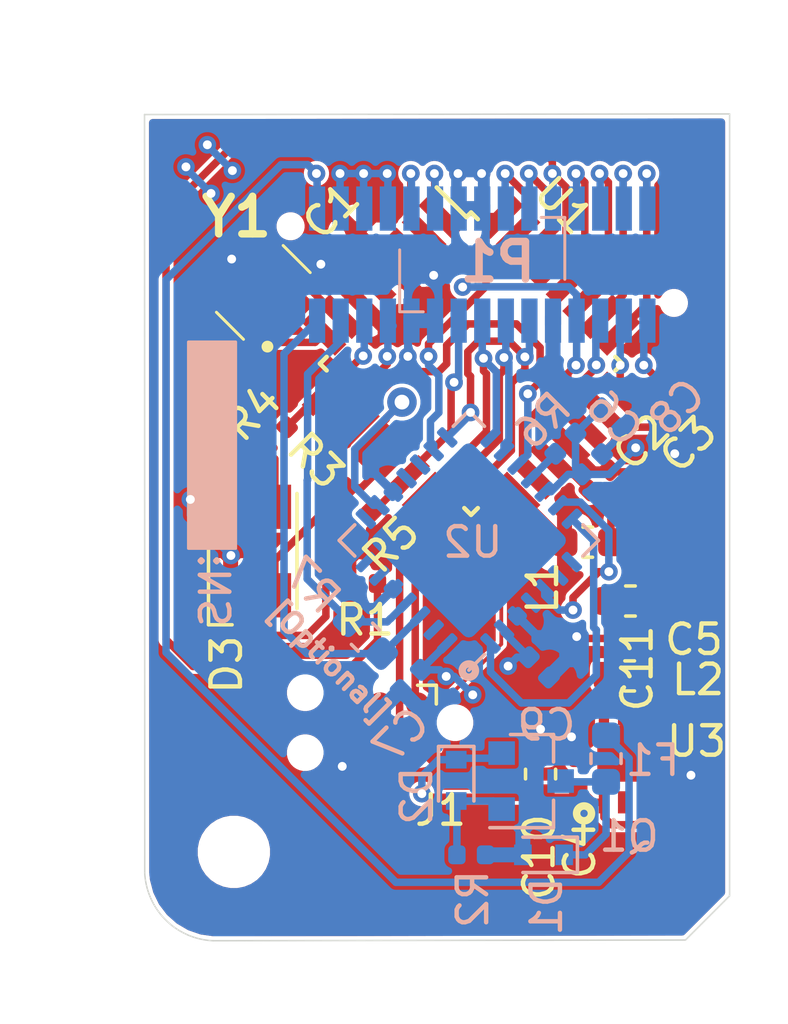
<source format=kicad_pcb>
(kicad_pcb (version 20171130) (host pcbnew "(5.1.2)-2")
  (layers (0 F.Cu signal hide) (31 B.Cu signal) (34 B.Paste user) (35 F.Paste user hide) (36 B.SilkS user) (37 F.SilkS user hide) (38 B.Mask user) (39 F.Mask user hide) (44 Edge.Cuts user))
  (net 0 "")
  (net 1 "Net-(U1-Pad7)")
  (net 2 GND)
  (net 3 /Reset)
  (net 4 /MOSI)
  (net 5 /SCK)
  (net 6 +5V)
  (net 7 /MISO)
  (net 8 "Net-(U2-Pad2)")
  (net 9 "Net-(U2-Pad6)")
  (net 10 "Net-(U2-Pad7)")
  (net 11 "Net-(U2-Pad8)")
  (net 12 "Net-(U2-Pad11)")
  (net 13 "Net-(U2-Pad12)")
  (net 14 "Net-(U2-Pad20)")
  (net 15 "Net-(U2-Pad21)")
  (net 16 "Net-(U2-Pad22)")
  (net 17 "Net-(U2-Pad23)")
  (net 18 "Net-(U2-Pad25)")
  (net 19 /CAN_CS)
  (net 20 /CAN_INT)
  (net 21 +12V)
  (net 22 /CLK_MCP)
  (net 23 /GREEN_LED)
  (net 24 /RED_LED)
  (net 25 /BLUE_LED)
  (net 26 /U-Pin8)
  (net 27 /U-Pin12)
  (net 28 /U-Pin14)
  (net 29 /U-Pin20)
  (net 30 /U-Pin22)
  (net 31 "Net-(D1-Pad1)")
  (net 32 "Net-(D2-Pad2)")
  (net 33 /U-Pin2)
  (net 34 /U-Pin4)
  (net 35 /U-Pin6)
  (net 36 /U-Pin7)
  (net 37 /U-Pin23)
  (net 38 /U-Pin1)
  (net 39 /U-Pin3)
  (net 40 +12V_Safe)
  (net 41 "Net-(C3-Pad2)")
  (net 42 "Net-(L2-Pad1)")
  (net 43 "Net-(R6-Pad1)")
  (net 44 "Net-(U3-Pad2)")
  (net 45 "Net-(U3-Pad6)")
  (net 46 "Net-(C2-Pad1)")
  (net 47 "Net-(D3-Pad2)")
  (net 48 "Net-(D3-Pad3)")
  (net 49 "Net-(D3-Pad4)")
  (net 50 "Net-(U1-Pad8)")
  (net 51 /U-Pin5)
  (net 52 /U-Pin27)
  (net 53 /U-Pin29)
  (module Inductor_SMD:L_0603_1608Metric (layer F.Cu) (at 78 78.5)
    (fp_text reference L1 (at -1.53 1.54 -90) (layer F.SilkS))
    (fp_text value 10uH)
    (pad 2 smd roundrect (at 0.7875 0) (size 0.875 0.95) (layers F.Cu F.Paste F.Mask) (net 41 "Net-(C3-Pad2)"))
    (pad 1 smd roundrect (at -0.7875 0) (size 0.875 0.95) (layers F.Cu F.Paste F.Mask) (net 6 +5V))
  )
  (module Package_QFP:TQFP-32_7x7mm_P0.8mm (layer F.Cu) (at 74.043324 72.446268 315)
    (fp_text reference U1 (at -1.57656 -6.012489 135) (layer F.SilkS))
    (fp_text value ATmega328P-AU)
    (pad 1 smd rect (at -4.25 -2.8 315) (size 1.6 0.55) (layers F.Cu F.Paste F.Mask) (net 29 /U-Pin20))
    (pad 2 smd rect (at -4.25 -2 315) (size 1.6 0.55) (layers F.Cu F.Paste F.Mask) (net 30 /U-Pin22))
    (pad 3 smd rect (at -4.25 -1.2 315) (size 1.6 0.55) (layers F.Cu F.Paste F.Mask) (net 2 GND))
    (pad 4 smd rect (at -4.25 -0.4 315) (size 1.6 0.55) (layers F.Cu F.Paste F.Mask) (net 6 +5V))
    (pad 5 smd rect (at -4.25 0.4 315) (size 1.6 0.55) (layers F.Cu F.Paste F.Mask) (net 2 GND))
    (pad 6 smd rect (at -4.25 1.2 315) (size 1.6 0.55) (layers F.Cu F.Paste F.Mask) (net 6 +5V))
    (pad 7 smd rect (at -4.25 2 315) (size 1.6 0.55) (layers F.Cu F.Paste F.Mask) (net 1 "Net-(U1-Pad7)"))
    (pad 8 smd rect (at -4.25 2.8 315) (size 1.6 0.55) (layers F.Cu F.Paste F.Mask) (net 50 "Net-(U1-Pad8)"))
    (pad 9 smd rect (at -2.8 4.25 45) (size 1.6 0.55) (layers F.Cu F.Paste F.Mask) (net 23 /GREEN_LED))
    (pad 10 smd rect (at -2 4.25 45) (size 1.6 0.55) (layers F.Cu F.Paste F.Mask) (net 37 /U-Pin23))
    (pad 11 smd rect (at -1.2 4.25 45) (size 1.6 0.55) (layers F.Cu F.Paste F.Mask) (net 19 /CAN_CS))
    (pad 12 smd rect (at -0.4 4.25 45) (size 1.6 0.55) (layers F.Cu F.Paste F.Mask) (net 22 /CLK_MCP))
    (pad 13 smd rect (at 0.4 4.25 45) (size 1.6 0.55) (layers F.Cu F.Paste F.Mask) (net 24 /RED_LED))
    (pad 14 smd rect (at 1.2 4.25 45) (size 1.6 0.55) (layers F.Cu F.Paste F.Mask) (net 25 /BLUE_LED))
    (pad 15 smd rect (at 2 4.25 45) (size 1.6 0.55) (layers F.Cu F.Paste F.Mask) (net 4 /MOSI))
    (pad 16 smd rect (at 2.8 4.25 45) (size 1.6 0.55) (layers F.Cu F.Paste F.Mask) (net 7 /MISO))
    (pad 17 smd rect (at 4.25 2.8 315) (size 1.6 0.55) (layers F.Cu F.Paste F.Mask) (net 5 /SCK))
    (pad 18 smd rect (at 4.25 2 315) (size 1.6 0.55) (layers F.Cu F.Paste F.Mask) (net 6 +5V))
    (pad 19 smd rect (at 4.25 1.2 315) (size 1.6 0.55) (layers F.Cu F.Paste F.Mask) (net 36 /U-Pin7))
    (pad 20 smd rect (at 4.25 0.4 315) (size 1.6 0.55) (layers F.Cu F.Paste F.Mask) (net 46 "Net-(C2-Pad1)"))
    (pad 21 smd rect (at 4.25 -0.4 315) (size 1.6 0.55) (layers F.Cu F.Paste F.Mask) (net 2 GND))
    (pad 22 smd rect (at 4.25 -1.2 315) (size 1.6 0.55) (layers F.Cu F.Paste F.Mask) (net 51 /U-Pin5))
    (pad 23 smd rect (at 4.25 -2 315) (size 1.6 0.55) (layers F.Cu F.Paste F.Mask) (net 38 /U-Pin1))
    (pad 24 smd rect (at 4.25 -2.8 315) (size 1.6 0.55) (layers F.Cu F.Paste F.Mask) (net 39 /U-Pin3))
    (pad 25 smd rect (at 2.8 -4.25 45) (size 1.6 0.55) (layers F.Cu F.Paste F.Mask) (net 33 /U-Pin2))
    (pad 26 smd rect (at 2 -4.25 45) (size 1.6 0.55) (layers F.Cu F.Paste F.Mask) (net 34 /U-Pin4))
    (pad 27 smd rect (at 1.2 -4.25 45) (size 1.6 0.55) (layers F.Cu F.Paste F.Mask) (net 35 /U-Pin6))
    (pad 28 smd rect (at 0.4 -4.25 45) (size 1.6 0.55) (layers F.Cu F.Paste F.Mask) (net 26 /U-Pin8))
    (pad 29 smd rect (at -0.4 -4.25 45) (size 1.6 0.55) (layers F.Cu F.Paste F.Mask) (net 3 /Reset))
    (pad 30 smd rect (at -1.2 -4.25 45) (size 1.6 0.55) (layers F.Cu F.Paste F.Mask) (net 27 /U-Pin12))
    (pad 31 smd rect (at -2 -4.25 45) (size 1.6 0.55) (layers F.Cu F.Paste F.Mask) (net 28 /U-Pin14))
    (pad 32 smd rect (at -2.8 -4.25 45) (size 1.6 0.55) (layers F.Cu F.Paste F.Mask) (net 20 /CAN_INT))
  )
  (module Connector:Tag-Connect_TC2030-IDC-NL_2x03_P1.27mm_Vertical (layer F.Cu) (at 70.96 84.62 180)
    (fp_text reference J1 (at -2.05 -2.97) (layer F.SilkS))
    (fp_text value TC2030-MCP-NL)
    (pad "" np_thru_hole circle (at 2.54 -1.016 180) (size 0.9906 0.9906) (drill 0.9906) (layers *.Cu *.Mask))
    (pad "" np_thru_hole circle (at 2.54 1.016 180) (size 0.9906 0.9906) (drill 0.9906) (layers *.Cu *.Mask))
    (pad "" np_thru_hole circle (at -2.54 0 180) (size 0.9906 0.9906) (drill 0.9906) (layers *.Cu *.Mask))
    (pad 1 connect circle (at -1.27 0.635 180) (size 0.7874 0.7874) (layers F.Cu F.Mask) (net 7 /MISO))
    (pad 2 connect circle (at -1.27 -0.635 180) (size 0.7874 0.7874) (layers F.Cu F.Mask) (net 6 +5V))
    (pad 3 connect circle (at 0 0.635 180) (size 0.7874 0.7874) (layers F.Cu F.Mask) (net 5 /SCK))
    (pad 4 connect circle (at 0 -0.635 180) (size 0.7874 0.7874) (layers F.Cu F.Mask) (net 4 /MOSI))
    (pad 5 connect circle (at 1.27 0.635 180) (size 0.7874 0.7874) (layers F.Cu F.Mask) (net 3 /Reset))
    (pad 6 connect circle (at 1.27 -0.635 180) (size 0.7874 0.7874) (layers F.Cu F.Mask) (net 2 GND))
  )
  (module SMLP36RGB2W3R:ILWX10SBVFBE (layer B.Cu) (at 74.422 69.088 180)
    (fp_text reference P1 (at -0.528 0.088) (layer B.SilkS) (effects (font (size 1.27 1.27) (thickness 0.254)) (justify mirror)))
    (fp_text value Conn_02x15_Odd_Even hide)
    (pad "" np_thru_hole circle (at 6.5 1.3 180) (size 0.7 0.7) (drill 0.7) (layers *.Cu *.Mask))
    (pad "" np_thru_hole circle (at -6.5 -1.3 180) (size 0.7 0.7) (drill 0.7) (layers *.Cu *.Mask))
    (pad 1 smd rect (at -5.6 -1.9 180) (size 0.55 1.5) (layers B.Cu B.Paste B.Mask) (net 38 /U-Pin1))
    (pad 2 smd rect (at -5.6 1.9 180) (size 0.55 1.5) (layers B.Cu B.Paste B.Mask) (net 33 /U-Pin2))
    (pad 3 smd rect (at -4.8 -1.9 180) (size 0.55 1.5) (layers B.Cu B.Paste B.Mask) (net 39 /U-Pin3))
    (pad 4 smd rect (at -4.8 1.9 180) (size 0.55 1.5) (layers B.Cu B.Paste B.Mask) (net 34 /U-Pin4))
    (pad 5 smd rect (at -4 -1.9 180) (size 0.55 1.5) (layers B.Cu B.Paste B.Mask) (net 51 /U-Pin5))
    (pad 6 smd rect (at -4 1.9 180) (size 0.55 1.5) (layers B.Cu B.Paste B.Mask) (net 35 /U-Pin6))
    (pad 7 smd rect (at -3.2 -1.9 180) (size 0.55 1.5) (layers B.Cu B.Paste B.Mask) (net 36 /U-Pin7))
    (pad 8 smd rect (at -3.2 1.9 180) (size 0.55 1.5) (layers B.Cu B.Paste B.Mask) (net 26 /U-Pin8))
    (pad 9 smd rect (at -2.4 -1.9 180) (size 0.55 1.5) (layers B.Cu B.Paste B.Mask) (net 2 GND))
    (pad 10 smd rect (at -2.4 1.9 180) (size 0.55 1.5) (layers B.Cu B.Paste B.Mask) (net 3 /Reset))
    (pad 11 smd rect (at -1.6 -1.9 180) (size 0.55 1.5) (layers B.Cu B.Paste B.Mask) (net 5 /SCK))
    (pad 12 smd rect (at -1.6 1.9 180) (size 0.55 1.5) (layers B.Cu B.Paste B.Mask) (net 27 /U-Pin12))
    (pad 13 smd rect (at -0.8 -1.9 180) (size 0.55 1.5) (layers B.Cu B.Paste B.Mask) (net 7 /MISO))
    (pad 14 smd rect (at -0.8 1.9 180) (size 0.55 1.5) (layers B.Cu B.Paste B.Mask) (net 28 /U-Pin14))
    (pad 15 smd rect (at 0 -1.9 180) (size 0.55 1.5) (layers B.Cu B.Paste B.Mask) (net 4 /MOSI))
    (pad 16 smd rect (at 0 1.9 180) (size 0.55 1.5) (layers B.Cu B.Paste B.Mask) (net 2 GND))
    (pad 17 smd rect (at 0.8 -1.9 180) (size 0.55 1.5) (layers B.Cu B.Paste B.Mask) (net 25 /BLUE_LED))
    (pad 18 smd rect (at 0.8 1.9 180) (size 0.55 1.5) (layers B.Cu B.Paste B.Mask) (net 2 GND))
    (pad 19 smd rect (at 1.6 -1.9 180) (size 0.55 1.5) (layers B.Cu B.Paste B.Mask) (net 2 GND))
    (pad 20 smd rect (at 1.6 1.9 180) (size 0.55 1.5) (layers B.Cu B.Paste B.Mask) (net 29 /U-Pin20))
    (pad 21 smd rect (at 2.4 -1.9 180) (size 0.55 1.5) (layers B.Cu B.Paste B.Mask) (net 2 GND))
    (pad 22 smd rect (at 2.4 1.9 180) (size 0.55 1.5) (layers B.Cu B.Paste B.Mask) (net 30 /U-Pin22))
    (pad 23 smd rect (at 3.2 -1.9 180) (size 0.55 1.5) (layers B.Cu B.Paste B.Mask) (net 37 /U-Pin23))
    (pad 24 smd rect (at 3.2 1.9 180) (size 0.55 1.5) (layers B.Cu B.Paste B.Mask) (net 6 +5V))
    (pad 25 smd rect (at 4 -1.9 180) (size 0.55 1.5) (layers B.Cu B.Paste B.Mask) (net 23 /GREEN_LED))
    (pad 26 smd rect (at 4 1.9 180) (size 0.55 1.5) (layers B.Cu B.Paste B.Mask) (net 6 +5V))
    (pad 27 smd rect (at 4.8 -1.9 180) (size 0.55 1.5) (layers B.Cu B.Paste B.Mask) (net 52 /U-Pin27))
    (pad 28 smd rect (at 4.8 1.9 180) (size 0.55 1.5) (layers B.Cu B.Paste B.Mask) (net 6 +5V))
    (pad 29 smd rect (at 5.6 -1.9 180) (size 0.55 1.5) (layers B.Cu B.Paste B.Mask) (net 53 /U-Pin29))
    (pad 30 smd rect (at 5.6 1.9 180) (size 0.55 1.5) (layers B.Cu B.Paste B.Mask) (net 21 +12V))
  )
  (module LED_SMD:LED_Avago_PLCC4_3.2x2.8mm_CW (layer F.Cu) (at 66.64 78.8 90)
    (fp_text reference D3 (at -3.85 -0.89 270) (layer F.SilkS))
    (fp_text value ASMB-MTB0-0A3A2)
    (pad 1 smd rect (at -1.5 -0.75 90) (size 1.5 1.1) (layers F.Cu F.Paste F.Mask) (net 6 +5V))
    (pad 2 smd rect (at 1.5 -0.75 90) (size 1.5 1.1) (layers F.Cu F.Paste F.Mask) (net 47 "Net-(D3-Pad2)"))
    (pad 3 smd rect (at 1.5 0.75 90) (size 1.5 1.1) (layers F.Cu F.Paste F.Mask) (net 48 "Net-(D3-Pad3)"))
    (pad 4 smd rect (at -1.5 0.75 90) (size 1.5 1.1) (layers F.Cu F.Paste F.Mask) (net 49 "Net-(D3-Pad4)"))
  )
  (module Resistor_SMD:R_0402_1005Metric (layer F.Cu) (at 70.385 79.9)
    (fp_text reference R1 (at 0.065 1.24) (layer F.SilkS))
    (fp_text value "10K Ohm")
    (pad 1 smd roundrect (at -0.485 0) (size 0.59 0.64) (layers F.Cu F.Paste F.Mask) (net 6 +5V))
    (pad 2 smd roundrect (at 0.485 0) (size 0.59 0.64) (layers F.Cu F.Paste F.Mask) (net 3 /Reset))
  )
  (module Resistor_SMD:R_0402_1005Metric (layer F.Cu) (at 70.322947 77.797053 45)
    (fp_text reference R5 (at 0.151396 1.25865 45) (layer F.SilkS))
    (fp_text value "190 Ohm")
    (pad 1 smd roundrect (at -0.485 0 45) (size 0.59 0.64) (layers F.Cu F.Paste F.Mask) (net 47 "Net-(D3-Pad2)"))
    (pad 2 smd roundrect (at 0.485 0 45) (size 0.59 0.64) (layers F.Cu F.Paste F.Mask) (net 25 /BLUE_LED))
  )
  (module Package_DFN_QFN:QFN-28-1EP_6x6mm_P0.65mm_EP4.8x4.8mm (layer B.Cu) (at 73.968 78.44 45)
    (fp_text reference U2 (at 0.050912 0.135765 180) (layer B.SilkS) (effects (justify mirror)))
    (fp_text value MCP25625-x-SS)
    (pad 29 smd roundrect (at 0 0 45) (size 4.8 4.8) (layers B.Cu B.Mask) (roundrect_rratio 0.052083))
    (pad 1 smd roundrect (at -2.9875 1.95 45) (size 0.775 0.3) (layers B.Cu B.Paste B.Mask) (net 6 +5V))
    (pad 2 smd roundrect (at -2.9875 1.3 45) (size 0.775 0.3) (layers B.Cu B.Paste B.Mask) (net 8 "Net-(U2-Pad2)"))
    (pad 3 smd roundrect (at -2.9875 0.65 45) (size 0.775 0.3) (layers B.Cu B.Paste B.Mask) (net 53 /U-Pin29))
    (pad 4 smd roundrect (at -2.9875 0 45) (size 0.775 0.3) (layers B.Cu B.Paste B.Mask) (net 52 /U-Pin27))
    (pad 5 smd roundrect (at -2.9875 -0.65 45) (size 0.775 0.3) (layers B.Cu B.Paste B.Mask) (net 2 GND))
    (pad 6 smd roundrect (at -2.9875 -1.3 45) (size 0.775 0.3) (layers B.Cu B.Paste B.Mask) (net 9 "Net-(U2-Pad6)"))
    (pad 7 smd roundrect (at -2.9875 -1.95 45) (size 0.775 0.3) (layers B.Cu B.Paste B.Mask) (net 10 "Net-(U2-Pad7)"))
    (pad 8 smd roundrect (at -1.95 -2.9875 45) (size 0.3 0.775) (layers B.Cu B.Paste B.Mask) (net 11 "Net-(U2-Pad8)"))
    (pad 9 smd roundrect (at -1.3 -2.9875 45) (size 0.3 0.775) (layers B.Cu B.Paste B.Mask) (net 22 /CLK_MCP))
    (pad 10 smd roundrect (at -0.65 -2.9875 45) (size 0.3 0.775) (layers B.Cu B.Paste B.Mask) (net 2 GND))
    (pad 11 smd roundrect (at 0 -2.9875 45) (size 0.3 0.775) (layers B.Cu B.Paste B.Mask) (net 12 "Net-(U2-Pad11)"))
    (pad 12 smd roundrect (at 0.65 -2.9875 45) (size 0.3 0.775) (layers B.Cu B.Paste B.Mask) (net 13 "Net-(U2-Pad12)"))
    (pad 13 smd roundrect (at 1.3 -2.9875 45) (size 0.3 0.775) (layers B.Cu B.Paste B.Mask) (net 20 /CAN_INT))
    (pad 14 smd roundrect (at 1.95 -2.9875 45) (size 0.3 0.775) (layers B.Cu B.Paste B.Mask) (net 5 /SCK))
    (pad 15 smd roundrect (at 2.9875 -1.95 45) (size 0.775 0.3) (layers B.Cu B.Paste B.Mask) (net 4 /MOSI))
    (pad 16 smd roundrect (at 2.9875 -1.3 45) (size 0.775 0.3) (layers B.Cu B.Paste B.Mask) (net 7 /MISO))
    (pad 17 smd roundrect (at 2.9875 -0.65 45) (size 0.775 0.3) (layers B.Cu B.Paste B.Mask) (net 19 /CAN_CS))
    (pad 18 smd roundrect (at 2.9875 0 45) (size 0.775 0.3) (layers B.Cu B.Paste B.Mask) (net 43 "Net-(R6-Pad1)"))
    (pad 19 smd roundrect (at 2.9875 0.65 45) (size 0.775 0.3) (layers B.Cu B.Paste B.Mask) (net 6 +5V))
    (pad 20 smd roundrect (at 2.9875 1.3 45) (size 0.775 0.3) (layers B.Cu B.Paste B.Mask) (net 14 "Net-(U2-Pad20)"))
    (pad 21 smd roundrect (at 2.9875 1.95 45) (size 0.775 0.3) (layers B.Cu B.Paste B.Mask) (net 15 "Net-(U2-Pad21)"))
    (pad 22 smd roundrect (at 1.95 2.9875 45) (size 0.3 0.775) (layers B.Cu B.Paste B.Mask) (net 16 "Net-(U2-Pad22)"))
    (pad 23 smd roundrect (at 1.3 2.9875 45) (size 0.3 0.775) (layers B.Cu B.Paste B.Mask) (net 17 "Net-(U2-Pad23)"))
    (pad 24 smd roundrect (at 0.65 2.9875 45) (size 0.3 0.775) (layers B.Cu B.Paste B.Mask) (net 14 "Net-(U2-Pad20)"))
    (pad 25 smd roundrect (at 0 2.9875 45) (size 0.3 0.775) (layers B.Cu B.Paste B.Mask) (net 18 "Net-(U2-Pad25)"))
    (pad 26 smd roundrect (at -0.65 2.9875 45) (size 0.3 0.775) (layers B.Cu B.Paste B.Mask) (net 2 GND))
    (pad 27 smd roundrect (at -1.3 2.9875 45) (size 0.3 0.775) (layers B.Cu B.Paste B.Mask) (net 6 +5V))
    (pad 28 smd roundrect (at -1.95 2.9875 45) (size 0.3 0.775) (layers B.Cu B.Paste B.Mask) (net 15 "Net-(U2-Pad21)"))
  )
  (module CSTNE16M0V530000R0:CSTNE16M0V530000R0 (layer F.Cu) (at 67.299049 70.331992 45)
    (fp_text reference Y1 (at 1.168807 -2.878661) (layer F.SilkS) (effects (font (size 1.27 1.27) (thickness 0.254))))
    (fp_text value 16.0Mhz hide)
    (pad 3 smd rect (at 1.2 -0.425 45) (size 0.4 1.9) (layers F.Cu F.Paste F.Mask) (net 1 "Net-(U1-Pad7)"))
    (pad 2 smd rect (at 0 -0.425 45) (size 0.4 1.9) (layers F.Cu F.Paste F.Mask) (net 2 GND))
    (pad 1 smd rect (at -1.2 -0.425 45) (size 0.4 1.9) (layers F.Cu F.Paste F.Mask) (net 50 "Net-(U1-Pad8)"))
  )
  (module Capacitor_SMD:C_0402_1005Metric (layer F.Cu) (at 69.792947 68.332053 225)
    (fp_text reference C1 (at -0.398883 1.096016 45) (layer F.SilkS))
    (fp_text value 0.1uF)
    (pad 1 smd roundrect (at -0.485 0 225) (size 0.59 0.64) (layers F.Cu F.Paste F.Mask) (net 6 +5V))
    (pad 2 smd roundrect (at 0.485 0 225) (size 0.59 0.64) (layers F.Cu F.Paste F.Mask) (net 2 GND))
  )
  (module Diode_SMD:D_SOD-523 (layer B.Cu) (at 76.5 89.1 180)
    (fp_text reference D1 (at -0.1016 -1.7526 90) (layer B.SilkS) (effects (justify mirror)))
    (fp_text value 15V)
    (pad 1 smd rect (at -0.7 0) (size 0.6 0.7) (layers B.Cu B.Paste B.Mask) (net 31 "Net-(D1-Pad1)"))
    (pad 2 smd rect (at 0.7 0) (size 0.6 0.7) (layers B.Cu B.Paste B.Mask) (net 2 GND))
  )
  (module Capacitor_SMD:C_0402_1005Metric (layer F.Cu) (at 80.042947 76.457053 225)
    (fp_text reference C3 (at -1.862594 -0.070711 225) (layer F.SilkS))
    (fp_text value 0.1uF)
    (pad 2 smd roundrect (at 0.485 0 225) (size 0.59 0.64) (layers F.Cu F.Paste F.Mask) (net 41 "Net-(C3-Pad2)"))
    (pad 1 smd roundrect (at -0.485 0 225) (size 0.59 0.64) (layers F.Cu F.Paste F.Mask) (net 2 GND))
  )
  (module Resistor_SMD:R_0402_1005Metric (layer B.Cu) (at 74.048 89.1)
    (fp_text reference R2 (at 0.052 1.5 270) (layer B.SilkS) (effects (justify mirror)))
    (fp_text value "100K Ohm")
    (pad 2 smd roundrect (at 0.485 0) (size 0.59 0.64) (layers B.Cu B.Paste B.Mask) (net 2 GND))
    (pad 1 smd roundrect (at -0.485 0) (size 0.59 0.64) (layers B.Cu B.Paste B.Mask) (net 32 "Net-(D2-Pad2)"))
  )
  (module Package_TO_SOT_SMD:SOT-23 (layer B.Cu) (at 76.08 86.6)
    (fp_text reference Q1 (at 3.32 1.87) (layer B.SilkS) (effects (justify mirror)))
    (fp_text value Q_PMOS_DGS)
    (pad 3 smd rect (at 1 0) (size 0.9 0.8) (layers B.Cu B.Paste B.Mask) (net 31 "Net-(D1-Pad1)"))
    (pad 2 smd rect (at -1 -0.95) (size 0.9 0.8) (layers B.Cu B.Paste B.Mask) (net 40 +12V_Safe))
    (pad 1 smd rect (at -1 0.95) (size 0.9 0.8) (layers B.Cu B.Paste B.Mask) (net 32 "Net-(D2-Pad2)"))
  )
  (module Fuse:Fuse_0603_1608Metric (layer B.Cu) (at 78.62 85.8375 90)
    (fp_text reference F1 (at -0.0625 1.58 180) (layer B.SilkS) (effects (justify mirror)))
    (fp_text value 250mA)
    (pad 2 smd roundrect (at 0.7875 0 90) (size 0.875 0.95) (layers B.Cu B.Paste B.Mask) (net 21 +12V))
    (pad 1 smd roundrect (at -0.7875 0 90) (size 0.875 0.95) (layers B.Cu B.Paste B.Mask) (net 31 "Net-(D1-Pad1)"))
  )
  (module Diode_SMD:D_SOD-523 (layer B.Cu) (at 73.54 86.574 270)
    (fp_text reference D2 (at 0.526 1.34 90) (layer B.SilkS) (effects (justify mirror)))
    (fp_text value 2.4V)
    (pad 1 smd rect (at -0.7 0 90) (size 0.6 0.7) (layers B.Cu B.Paste B.Mask) (net 40 +12V_Safe))
    (pad 2 smd rect (at 0.7 0 90) (size 0.6 0.7) (layers B.Cu B.Paste B.Mask) (net 32 "Net-(D2-Pad2)"))
  )
  (module Resistor_SMD:R_0603_1608Metric (layer B.Cu) (at 70.46 81.72 315)
    (fp_text reference R7 (at -2.5173 0.042426 315) (layer B.SilkS) (effects (justify mirror)))
    (fp_text value "120 Ohm")
    (pad 1 smd roundrect (at -0.7875 0 315) (size 0.875 0.95) (layers B.Cu B.Paste B.Mask) (net 52 /U-Pin27))
    (pad 2 smd roundrect (at 0.7875 0 315) (size 0.875 0.95) (layers B.Cu B.Paste B.Mask) (net 53 /U-Pin29))
  )
  (module Capacitor_SMD:C_0402_1005Metric (layer B.Cu) (at 72 83.17 225)
    (fp_text reference C7 (at 1.559803 -1.103087 225) (layer B.SilkS) (effects (justify mirror)))
    (fp_text value 0.1uF)
    (pad 1 smd roundrect (at -0.485 0 225) (size 0.59 0.64) (layers B.Cu B.Paste B.Mask) (net 6 +5V))
    (pad 2 smd roundrect (at 0.485 0 225) (size 0.59 0.64) (layers B.Cu B.Paste B.Mask) (net 2 GND))
  )
  (module Capacitor_SMD:C_0402_1005Metric (layer B.Cu) (at 78.142947 75.857053 45)
    (fp_text reference C8 (at 3.412572 0.66468 45) (layer B.SilkS) (effects (justify mirror)))
    (fp_text value 0.1uF hide)
    (pad 1 smd roundrect (at -0.485 0 45) (size 0.59 0.64) (layers B.Cu B.Paste B.Mask) (net 6 +5V))
    (pad 2 smd roundrect (at 0.485 0 45) (size 0.59 0.64) (layers B.Cu B.Paste B.Mask) (net 2 GND))
  )
  (module Capacitor_SMD:C_0402_1005Metric (layer B.Cu) (at 76.342947 82.742947 135)
    (fp_text reference C9 (at -1.565609 -1.202082) (layer B.SilkS) (effects (justify mirror)))
    (fp_text value 0.1uF)
    (pad 1 smd roundrect (at -0.485 0 135) (size 0.59 0.64) (layers B.Cu B.Paste B.Mask) (net 2 GND))
    (pad 2 smd roundrect (at 0.485 0 135) (size 0.59 0.64) (layers B.Cu B.Paste B.Mask) (net 6 +5V))
  )
  (module Capacitor_SMD:C_0402_1005Metric (layer B.Cu) (at 78.8 74.3 315)
    (fp_text reference C6 (at 0.070711 -0.070711 315) (layer B.SilkS) (effects (justify mirror)))
    (fp_text value 0.1uF)
    (pad 1 smd roundrect (at -0.485 0 315) (size 0.59 0.64) (layers B.Cu B.Paste B.Mask) (net 6 +5V))
    (pad 2 smd roundrect (at 0.485 0 315) (size 0.59 0.64) (layers B.Cu B.Paste B.Mask) (net 2 GND))
  )
  (module Resistor_SMD:R_0402_1005Metric (layer B.Cu) (at 77.242947 75.157053 45)
    (fp_text reference R6 (at 0.007071 -1.096016 45) (layer B.SilkS) (effects (justify mirror)))
    (fp_text value "10K Ohm")
    (pad 1 smd roundrect (at -0.485 0 45) (size 0.59 0.64) (layers B.Cu B.Paste B.Mask) (net 43 "Net-(R6-Pad1)"))
    (pad 2 smd roundrect (at 0.485 0 45) (size 0.59 0.64) (layers B.Cu B.Paste B.Mask) (net 6 +5V))
  )
  (module Capacitor_SMD:C_0402_1005Metric (layer F.Cu) (at 78.4 76.4 45)
    (fp_text reference C2 (at 1.916259 0.091924 225) (layer F.SilkS))
    (fp_text value 0.1uF)
    (pad 1 smd roundrect (at -0.485 0 45) (size 0.59 0.64) (layers F.Cu F.Paste F.Mask) (net 46 "Net-(C2-Pad1)"))
    (pad 2 smd roundrect (at 0.485 0 45) (size 0.59 0.64) (layers F.Cu F.Paste F.Mask) (net 2 GND))
  )
  (module Capacitor_SMD:C_0402_1005Metric (layer F.Cu) (at 77.67 86.313 90)
    (fp_text reference C4 (at -2.627 0.06 270) (layer F.SilkS))
    (fp_text value 0.1uF)
    (pad 1 smd roundrect (at -0.485 0 90) (size 0.59 0.64) (layers F.Cu F.Paste F.Mask) (net 40 +12V_Safe))
    (pad 2 smd roundrect (at 0.485 0 90) (size 0.59 0.64) (layers F.Cu F.Paste F.Mask) (net 2 GND))
  )
  (module Capacitor_SMD:C_0402_1005Metric (layer F.Cu) (at 79.471 81.764 180)
    (fp_text reference C5 (at -2.129 -0.036 180) (layer F.SilkS))
    (fp_text value 0.1uF)
    (pad 2 smd roundrect (at 0.485 0 180) (size 0.59 0.64) (layers F.Cu F.Paste F.Mask) (net 2 GND))
    (pad 1 smd roundrect (at -0.485 0 180) (size 0.59 0.64) (layers F.Cu F.Paste F.Mask) (net 6 +5V))
  )
  (module MountingHole:MountingHole_2.2mm_M2 (layer B.Cu) (at 66 89)
    (fp_text reference H1 (at 0.01 -0.05) (layer B.SilkS) (effects (justify mirror)))
    (fp_text value "M2 Mouting hole")
    (pad 1 np_thru_hole circle (at 0 0) (size 2.2 2.2) (drill 2.2) (layers *.Cu *.Mask))
  )
  (module Inductor_SMD:L_0603_1608Metric (layer F.Cu) (at 79.4225 83.034)
    (fp_text reference L2 (at 2.3175 0.126 -180) (layer F.SilkS))
    (fp_text value "2.2 µH")
    (pad 1 smd roundrect (at -0.7875 0) (size 0.875 0.95) (layers F.Cu F.Paste F.Mask) (net 42 "Net-(L2-Pad1)"))
    (pad 2 smd roundrect (at 0.7875 0) (size 0.875 0.95) (layers F.Cu F.Paste F.Mask) (net 6 +5V))
  )
  (module NCV890430MW50TXG:SON65P300X300X100-9N (layer F.Cu) (at 79.524 85.82 90)
    (fp_text reference U3 (at 0.57 2.166 180) (layer F.SilkS))
    (fp_text value NCV890430MW50TXG hide)
    (pad 1 smd rect (at -1.5 -0.975 180) (size 0.35 0.75) (layers F.Cu F.Paste F.Mask) (net 40 +12V_Safe))
    (pad 2 smd rect (at -1.5 -0.325 180) (size 0.35 0.75) (layers F.Cu F.Paste F.Mask) (net 44 "Net-(U3-Pad2)"))
    (pad 3 smd rect (at -1.5 0.325 180) (size 0.35 0.75) (layers F.Cu F.Paste F.Mask) (net 2 GND))
    (pad 4 smd rect (at -1.5 0.975 180) (size 0.35 0.75) (layers F.Cu F.Paste F.Mask) (net 40 +12V_Safe))
    (pad 5 smd rect (at 1.5 0.975 180) (size 0.35 0.75) (layers F.Cu F.Paste F.Mask) (net 6 +5V))
    (pad 6 smd rect (at 1.5 0.325 180) (size 0.35 0.75) (layers F.Cu F.Paste F.Mask) (net 45 "Net-(U3-Pad6)"))
    (pad 7 smd rect (at 1.5 -0.325 180) (size 0.35 0.75) (layers F.Cu F.Paste F.Mask) (net 2 GND))
    (pad 8 smd rect (at 1.5 -0.975 180) (size 0.35 0.75) (layers F.Cu F.Paste F.Mask) (net 42 "Net-(L2-Pad1)"))
    (pad 9 smd rect (at 0 0 90) (size 1.6 2.4) (layers F.Cu F.Paste F.Mask) (net 2 GND))
  )
  (module Capacitor_SMD:C_0603_1608Metric (layer F.Cu) (at 76.4 86.3615 90)
    (fp_text reference C10 (at -2.8194 -0.0508 90) (layer F.SilkS))
    (fp_text value 10uF)
    (pad 1 smd roundrect (at -0.7875 0 90) (size 0.875 0.95) (layers F.Cu F.Paste F.Mask) (net 40 +12V_Safe))
    (pad 2 smd roundrect (at 0.7875 0 90) (size 0.875 0.95) (layers F.Cu F.Paste F.Mask) (net 2 GND))
  )
  (module Capacitor_SMD:C_0603_1608Metric (layer F.Cu) (at 79.448 80.494 180)
    (fp_text reference C11 (at -0.2285 -2.286 270) (layer F.SilkS))
    (fp_text value 10uF)
    (pad 2 smd roundrect (at 0.7875 0 180) (size 0.875 0.95) (layers F.Cu F.Paste F.Mask) (net 2 GND))
    (pad 1 smd roundrect (at -0.7875 0 180) (size 0.875 0.95) (layers F.Cu F.Paste F.Mask) (net 6 +5V))
  )
  (module Resistor_SMD:R_0402_1005Metric (layer F.Cu) (at 69.492947 76.997053 45)
    (fp_text reference R3 (at 0.391812 -1.400071 315) (layer F.SilkS))
    (fp_text value "290 ohm")
    (pad 1 smd roundrect (at -0.485 0 45) (size 0.59 0.64) (layers F.Cu F.Paste F.Mask) (net 49 "Net-(D3-Pad4)"))
    (pad 2 smd roundrect (at 0.485 0 45) (size 0.59 0.64) (layers F.Cu F.Paste F.Mask) (net 24 /RED_LED))
  )
  (module Resistor_SMD:R_0402_1005Metric (layer F.Cu) (at 67.457053 74.942947 45)
    (fp_text reference R4 (at 0 -1.17 225) (layer F.SilkS))
    (fp_text value 200ohm)
    (pad 2 smd roundrect (at 0.485 0 45) (size 0.59 0.64) (layers F.Cu F.Paste F.Mask) (net 23 /GREEN_LED))
    (pad 1 smd roundrect (at -0.485 0 45) (size 0.59 0.64) (layers F.Cu F.Paste F.Mask) (net 48 "Net-(D3-Pad3)"))
  )
  (gr_line (start 82.80908 90.49258) (end 81.31302 91.98864) (layer Edge.Cuts) (width 0.05))
  (gr_arc (start 65.399901 89.588339) (end 62.97676 89.71534) (angle -84.58411655) (layer Edge.Cuts) (width 0.05))
  (gr_line (start 62.97676 89.71534) (end 62.97 64) (layer Edge.Cuts) (width 0.05))
  (gr_line (start 81.31302 91.98864) (end 65.297629 92.01265) (layer Edge.Cuts) (width 0.05))
  (gr_line (start 82.81 63.98) (end 82.80908 90.49258) (layer Edge.Cuts) (width 0.05))
  (gr_line (start 62.97 64) (end 82.81 63.98) (layer Edge.Cuts) (width 0.05))
  (gr_text SN: (at 65.3 80.13 270) (layer B.SilkS) (effects (font (size 1 1)) (justify mirror)))
  (gr_poly (pts (xy 64.46 71.71) (xy 66.06 71.71) (xy 66.06 78.71) (xy 64.46 78.71)) (layer B.SilkS) (width 0.1))
  (gr_text [Optional] (at 69.24 82.53 315) (layer B.SilkS) (effects (font (size 0.7 0.7))))
  (segment (start 69.519392 70.855278) (end 69.623907 70.855278) (width 0.254) (layer F.Cu) (net 1))
  (segment (start 67.847057 69.182943) (end 69.519392 70.855278) (width 0.254) (layer F.Cu) (net 1))
  (via (at 73.6 66) (size 0.6) (drill 0.3) (layers F.Cu B.Cu) (net 2))
  (segment (start 77.416 85.574) (end 77.67 85.828) (width 0.254) (layer F.Cu) (net 2))
  (segment (start 76.4 85.574) (end 77.416 85.574) (width 0.254) (layer F.Cu) (net 2))
  (segment (start 77.678 85.82) (end 77.67 85.828) (width 0.254) (layer F.Cu) (net 2))
  (segment (start 79.524 85.82) (end 77.678 85.82) (width 0.254) (layer F.Cu) (net 2))
  (segment (start 79.199 85.495) (end 79.524 85.82) (width 0.254) (layer F.Cu) (net 2))
  (segment (start 79.199 84.32) (end 79.199 85.495) (width 0.254) (layer F.Cu) (net 2))
  (segment (start 80.328841 76.057053) (end 80.385894 76.114106) (width 0.254) (layer F.Cu) (net 2))
  (segment (start 78.485894 75.514106) (end 78.5 75.5) (width 0.254) (layer B.Cu) (net 2))
  (segment (start 74.4 67.166) (end 74.422 67.188) (width 0.254) (layer B.Cu) (net 2))
  (segment (start 74.4 66) (end 74.4 67.166) (width 0.254) (layer B.Cu) (net 2))
  (segment (start 73.6 67.166) (end 73.622 67.188) (width 0.254) (layer B.Cu) (net 2))
  (segment (start 73.6 66) (end 73.6 67.166) (width 0.254) (layer B.Cu) (net 2))
  (segment (start 80.514106 76.242318) (end 80.385894 76.114106) (width 0.254) (layer F.Cu) (net 2))
  (segment (start 80.514106 77.685894) (end 80.514106 76.242318) (width 0.254) (layer F.Cu) (net 2))
  (segment (start 74.422 67.188) (end 73.622 67.188) (width 0.254) (layer B.Cu) (net 2))
  (segment (start 80.514106 78.057926) (end 80.514106 77.685894) (width 0.254) (layer F.Cu) (net 2))
  (segment (start 80.514106 79.077894) (end 80.514106 78.057926) (width 0.254) (layer F.Cu) (net 2))
  (segment (start 79.098 80.494) (end 80.514106 79.077894) (width 0.254) (layer F.Cu) (net 2))
  (segment (start 78.6605 80.494) (end 79.098 80.494) (width 0.254) (layer F.Cu) (net 2))
  (segment (start 74.4 66) (end 73.6 66) (width 0.254) (layer B.Cu) (net 2))
  (segment (start 79.142947 74.857053) (end 78.485894 75.514106) (width 0.254) (layer B.Cu) (net 2))
  (segment (start 79.142947 74.642947) (end 79.142947 74.857053) (width 0.254) (layer B.Cu) (net 2))
  (via (at 74.4 66) (size 0.6) (drill 0.3) (layers F.Cu B.Cu) (net 2))
  (segment (start 78.8 76.114106) (end 78.742947 76.057053) (width 0.254) (layer F.Cu) (net 2))
  (segment (start 80.385894 76.114106) (end 78.8 76.114106) (width 0.254) (layer F.Cu) (net 2))
  (via (at 81.5 86.4) (size 0.6) (drill 0.3) (layers F.Cu B.Cu) (net 2))
  (segment (start 80.92 85.82) (end 79.524 85.82) (width 0.254) (layer F.Cu) (net 2))
  (segment (start 81.5 86.4) (end 80.92 85.82) (width 0.254) (layer F.Cu) (net 2))
  (segment (start 79.43 84.089) (end 79.199 84.32) (width 0.254) (layer F.Cu) (net 2))
  (segment (start 78.986 81.764) (end 79.43 82.208) (width 0.254) (layer F.Cu) (net 2))
  (segment (start 79.43 82.208) (end 79.43 84.089) (width 0.254) (layer F.Cu) (net 2))
  (segment (start 78.691 81.764) (end 78.986 81.764) (width 0.254) (layer F.Cu) (net 2))
  (segment (start 78.67 81.743) (end 78.691 81.764) (width 0.254) (layer F.Cu) (net 2))
  (segment (start 78.6605 80.494) (end 78.67 80.5035) (width 0.254) (layer F.Cu) (net 2))
  (segment (start 78.67 80.5035) (end 78.67 81.743) (width 0.254) (layer F.Cu) (net 2))
  (segment (start 78.219795 76.057053) (end 77.331371 75.168629) (width 0.254) (layer F.Cu) (net 2))
  (segment (start 78.742947 76.057053) (end 78.219795 76.057053) (width 0.254) (layer F.Cu) (net 2))
  (segment (start 72 68.705888) (end 72.005888 68.705888) (width 0.254) (layer F.Cu) (net 2))
  (segment (start 71.886648 68.592536) (end 72 68.705888) (width 0.254) (layer F.Cu) (net 2))
  (segment (start 69.70637 68.675) (end 70.755277 69.723907) (width 0.254) (layer F.Cu) (net 2))
  (segment (start 69.45 68.675) (end 69.70637 68.675) (width 0.254) (layer F.Cu) (net 2))
  (segment (start 79.849 86.145) (end 79.849 87.32) (width 0.254) (layer F.Cu) (net 2))
  (segment (start 79.524 85.82) (end 79.849 86.145) (width 0.254) (layer F.Cu) (net 2))
  (via (at 76.4 84.8409) (size 0.6) (drill 0.3) (layers F.Cu B.Cu) (net 2))
  (segment (start 76.4 85.574) (end 76.4 84.8409) (width 0.254) (layer F.Cu) (net 2))
  (via (at 77.45 85.1) (size 0.6) (drill 0.3) (layers F.Cu B.Cu) (net 2))
  (segment (start 77.67 85.828) (end 77.67 85.32) (width 0.254) (layer F.Cu) (net 2))
  (segment (start 77.67 85.32) (end 77.45 85.1) (width 0.254) (layer F.Cu) (net 2))
  (segment (start 77.689 81.764) (end 77.625 81.7) (width 0.254) (layer F.Cu) (net 2))
  (via (at 77.625 81.7) (size 0.6) (drill 0.3) (layers F.Cu B.Cu) (net 2))
  (segment (start 78.986 81.764) (end 77.689 81.764) (width 0.254) (layer F.Cu) (net 2))
  (segment (start 77.200736 81.7) (end 77.625 81.7) (width 0.254) (layer B.Cu) (net 2))
  (segment (start 76.325 81.7) (end 77.200736 81.7) (width 0.254) (layer B.Cu) (net 2))
  (segment (start 75.620862 81.012101) (end 75.637101 81.012101) (width 0.254) (layer B.Cu) (net 2))
  (segment (start 75.637101 81.012101) (end 76.325 81.7) (width 0.254) (layer B.Cu) (net 2))
  (segment (start 77.625 82.1) (end 77.625 81.7) (width 0.254) (layer B.Cu) (net 2))
  (segment (start 76.685894 83.085894) (end 76.685894 83.039106) (width 0.254) (layer B.Cu) (net 2))
  (segment (start 76.685894 83.039106) (end 77.625 82.1) (width 0.254) (layer B.Cu) (net 2))
  (via (at 80.95 75.5) (size 0.6) (drill 0.3) (layers F.Cu B.Cu) (net 2))
  (segment (start 80.385894 76.114106) (end 80.385894 76.064106) (width 0.254) (layer F.Cu) (net 2))
  (segment (start 80.385894 76.064106) (end 80.95 75.5) (width 0.254) (layer F.Cu) (net 2))
  (via (at 72.775 69.45) (size 0.6) (drill 0.3) (layers F.Cu B.Cu) (net 2))
  (segment (start 71.886648 68.592536) (end 71.917536 68.592536) (width 0.254) (layer F.Cu) (net 2))
  (segment (start 71.917536 68.592536) (end 72.775 69.45) (width 0.254) (layer F.Cu) (net 2))
  (via (at 68.95 69.075) (size 0.6) (drill 0.3) (layers F.Cu B.Cu) (net 2))
  (segment (start 69.45 68.675) (end 69.35 68.675) (width 0.254) (layer F.Cu) (net 2))
  (segment (start 69.35 68.675) (end 68.95 69.075) (width 0.254) (layer F.Cu) (net 2))
  (segment (start 69.69 86.085) (end 69.675 86.1) (width 0.254) (layer F.Cu) (net 2))
  (via (at 69.675 86.1) (size 0.6) (drill 0.3) (layers F.Cu B.Cu) (net 2))
  (segment (start 69.69 85.255) (end 69.69 86.085) (width 0.254) (layer F.Cu) (net 2))
  (segment (start 71.9 71.11) (end 72.022 70.988) (width 0.254) (layer B.Cu) (net 2))
  (segment (start 71.9 72.2) (end 71.9 71.11) (width 0.254) (layer B.Cu) (net 2))
  (via (at 71.9 72.2) (size 0.6) (drill 0.3) (layers F.Cu B.Cu) (net 2))
  (via (at 65.925 68.899998) (size 0.6) (drill 0.3) (layers F.Cu B.Cu) (net 2))
  (segment (start 65.925 68.975) (end 65.925 68.899998) (width 0.254) (layer F.Cu) (net 2))
  (segment (start 66.998529 70.031472) (end 66.981472 70.031472) (width 0.254) (layer F.Cu) (net 2))
  (segment (start 66.981472 70.031472) (end 65.925 68.975) (width 0.254) (layer F.Cu) (net 2))
  (segment (start 76.8 71.01) (end 76.822 70.988) (width 0.254) (layer B.Cu) (net 2))
  (segment (start 70.87 81.83) (end 70.87 79.9) (width 0.254) (layer F.Cu) (net 3))
  (via (at 76.8 66) (size 0.6) (drill 0.3) (layers F.Cu B.Cu) (net 3))
  (segment (start 76.822 66.022) (end 76.8 66) (width 0.254) (layer B.Cu) (net 3))
  (segment (start 76.822 67.188) (end 76.822 66.022) (width 0.254) (layer B.Cu) (net 3))
  (segment (start 77.26291 68.660996) (end 76.765685 69.158221) (width 0.254) (layer F.Cu) (net 3))
  (segment (start 76.8 66) (end 77.26291 66.46291) (width 0.254) (layer F.Cu) (net 3))
  (segment (start 77.26291 66.46291) (end 77.26291 68.660996) (width 0.254) (layer F.Cu) (net 3))
  (segment (start 70.87 81.83) (end 69.9875 82.7125) (width 0.254) (layer F.Cu) (net 3))
  (segment (start 69.69 83.01) (end 69.69 83.985) (width 0.254) (layer F.Cu) (net 3))
  (segment (start 69.9875 82.7125) (end 69.69 83.01) (width 0.254) (layer F.Cu) (net 3))
  (segment (start 64.280446 66.719554) (end 63.7 67.3) (width 0.254) (layer F.Cu) (net 3))
  (segment (start 64.6125 82.7125) (end 69.9875 82.7125) (width 0.254) (layer F.Cu) (net 3))
  (segment (start 76.8 65.575736) (end 76.024264 64.8) (width 0.254) (layer F.Cu) (net 3))
  (segment (start 63.7 81.8) (end 64.6125 82.7125) (width 0.254) (layer F.Cu) (net 3))
  (segment (start 66.219554 64.8) (end 64.3 66.719554) (width 0.254) (layer F.Cu) (net 3))
  (segment (start 76.8 66) (end 76.8 65.575736) (width 0.254) (layer F.Cu) (net 3))
  (segment (start 76.024264 64.8) (end 66.219554 64.8) (width 0.254) (layer F.Cu) (net 3))
  (segment (start 63.7 67.3) (end 63.7 81.8) (width 0.254) (layer F.Cu) (net 3))
  (segment (start 64.3 66.719554) (end 64.280446 66.719554) (width 0.254) (layer F.Cu) (net 3))
  (segment (start 71.620399 77.69762) (end 72.452334 76.865685) (width 0.254) (layer F.Cu) (net 4))
  (segment (start 70.96 85.255) (end 71.620399 84.594601) (width 0.254) (layer F.Cu) (net 4))
  (segment (start 71.620399 84.594601) (end 71.620399 77.69762) (width 0.254) (layer F.Cu) (net 4))
  (segment (start 74.422 70.988) (end 74.422 72.222009) (width 0.254) (layer B.Cu) (net 4))
  (segment (start 74.422 72.222009) (end 74.464799 72.264808) (width 0.254) (layer B.Cu) (net 4))
  (via (at 74.464799 72.264808) (size 0.6) (drill 0.3) (layers F.Cu B.Cu) (net 4))
  (segment (start 74.464799 72.289799) (end 74.464799 72.264808) (width 0.254) (layer B.Cu) (net 4))
  (segment (start 74.9 72.725) (end 74.464799 72.289799) (width 0.254) (layer B.Cu) (net 4))
  (segment (start 74.701623 74.94866) (end 74.9 74.750283) (width 0.254) (layer B.Cu) (net 4))
  (segment (start 74.9 74.750283) (end 74.9 72.725) (width 0.254) (layer B.Cu) (net 4))
  (segment (start 72.452334 76.865685) (end 74.565901 74.752118) (width 0.254) (layer F.Cu) (net 4))
  (segment (start 74.565901 74.752118) (end 74.565901 72.790174) (width 0.254) (layer F.Cu) (net 4))
  (segment (start 74.464799 72.689072) (end 74.464799 72.264808) (width 0.254) (layer F.Cu) (net 4))
  (segment (start 74.565901 72.790174) (end 74.464799 72.689072) (width 0.254) (layer F.Cu) (net 4))
  (segment (start 70.35 84.595) (end 70.566301 84.378699) (width 0.127) (layer F.Cu) (net 5))
  (segment (start 70.35 85.631028) (end 70.35 84.595) (width 0.127) (layer F.Cu) (net 5))
  (segment (start 70.743972 86.025) (end 70.35 85.631028) (width 0.127) (layer F.Cu) (net 5))
  (segment (start 71.4 86.025) (end 70.743972 86.025) (width 0.127) (layer F.Cu) (net 5))
  (segment (start 71.59 85.835) (end 71.4 86.025) (width 0.127) (layer F.Cu) (net 5))
  (segment (start 70.566301 84.378699) (end 70.96 83.985) (width 0.127) (layer F.Cu) (net 5))
  (segment (start 71.59 85.03) (end 71.59 85.835) (width 0.127) (layer F.Cu) (net 5))
  (segment (start 75.068629 81.954601) (end 72.48323 84.54) (width 0.127) (layer F.Cu) (net 5))
  (segment (start 75.068629 77.431371) (end 75.068629 81.954601) (width 0.127) (layer F.Cu) (net 5))
  (segment (start 72.48323 84.54) (end 72.08 84.54) (width 0.127) (layer F.Cu) (net 5))
  (segment (start 72.08 84.54) (end 71.59 85.03) (width 0.127) (layer F.Cu) (net 5))
  (segment (start 74.025 74.158037) (end 74.025 74.099998) (width 0.254) (layer B.Cu) (net 5))
  (segment (start 73.234377 74.94866) (end 74.025 74.158037) (width 0.254) (layer B.Cu) (net 5))
  (via (at 74.025 74.099998) (size 0.6) (drill 0.3) (layers F.Cu B.Cu) (net 5))
  (segment (start 76.022 70.988) (end 76.022 72.064559) (width 0.254) (layer B.Cu) (net 5))
  (segment (start 74.6 77.351651) (end 74.6 76.2) (width 0.254) (layer F.Cu) (net 5))
  (segment (start 73.931811 72.043925) (end 74.291637 71.684099) (width 0.254) (layer F.Cu) (net 5))
  (segment (start 75.333918 71.684099) (end 75.56819 71.918371) (width 0.254) (layer F.Cu) (net 5))
  (segment (start 75.868189 72.642634) (end 75.868189 72.21837) (width 0.254) (layer F.Cu) (net 5))
  (segment (start 73.931811 72.781215) (end 73.931811 72.043925) (width 0.254) (layer F.Cu) (net 5))
  (segment (start 74.291637 71.684099) (end 75.333918 71.684099) (width 0.254) (layer F.Cu) (net 5))
  (segment (start 74.6 76.2) (end 75.407743 75.392257) (width 0.254) (layer F.Cu) (net 5))
  (segment (start 74.025 72.874404) (end 73.931811 72.781215) (width 0.254) (layer F.Cu) (net 5))
  (segment (start 75.407743 75.392257) (end 75.407743 73.10308) (width 0.254) (layer F.Cu) (net 5))
  (segment (start 75.407743 73.10308) (end 75.868189 72.642634) (width 0.254) (layer F.Cu) (net 5))
  (segment (start 74.025 74.099998) (end 74.025 72.874404) (width 0.254) (layer F.Cu) (net 5))
  (segment (start 76.022 72.064559) (end 75.868189 72.21837) (width 0.254) (layer B.Cu) (net 5))
  (segment (start 75.56819 71.918371) (end 75.868189 72.21837) (width 0.254) (layer F.Cu) (net 5))
  (via (at 75.868189 72.21837) (size 0.6) (drill 0.3) (layers F.Cu B.Cu) (net 5))
  (segment (start 74.67972 77.431371) (end 74.6 77.351651) (width 0.254) (layer F.Cu) (net 5))
  (segment (start 75.068629 77.431371) (end 74.67972 77.431371) (width 0.254) (layer F.Cu) (net 5))
  (via (at 71.2 66) (size 0.6) (drill 0.3) (layers F.Cu B.Cu) (net 6))
  (segment (start 71.2 67.166) (end 71.222 67.188) (width 0.254) (layer B.Cu) (net 6))
  (segment (start 80.499 83.323) (end 80.21 83.034) (width 0.254) (layer F.Cu) (net 6))
  (segment (start 80.499 84.32) (end 80.499 83.323) (width 0.254) (layer F.Cu) (net 6))
  (segment (start 80.21 82.018) (end 79.956 81.764) (width 0.254) (layer F.Cu) (net 6))
  (segment (start 80.21 83.034) (end 80.21 82.018) (width 0.254) (layer F.Cu) (net 6))
  (segment (start 79.956 80.7735) (end 80.2355 80.494) (width 0.254) (layer F.Cu) (net 6))
  (segment (start 79.956 81.764) (end 79.956 80.7735) (width 0.254) (layer F.Cu) (net 6))
  (segment (start 78.442947 73.957053) (end 77.585894 74.814106) (width 0.254) (layer B.Cu) (net 6))
  (segment (start 78.457053 73.957053) (end 78.442947 73.957053) (width 0.254) (layer B.Cu) (net 6))
  (segment (start 75.22395 76.455321) (end 75.634314 76.865685) (width 0.254) (layer F.Cu) (net 6))
  (segment (start 75.11 76.341371) (end 75.634314 76.865685) (width 0.254) (layer F.Cu) (net 6))
  (segment (start 77.427968 76.2) (end 77.8 76.2) (width 0.254) (layer B.Cu) (net 6))
  (segment (start 77.339371 76.2) (end 77.427968 76.2) (width 0.254) (layer B.Cu) (net 6))
  (segment (start 76.752233 76.787138) (end 77.339371 76.2) (width 0.254) (layer B.Cu) (net 6))
  (segment (start 76.540101 76.787138) (end 76.752233 76.787138) (width 0.254) (layer B.Cu) (net 6))
  (segment (start 72.285894 82.714106) (end 72.291788 82.72) (width 0.254) (layer B.Cu) (net 6))
  (segment (start 72.291788 82.72) (end 72.31 82.72) (width 0.254) (layer B.Cu) (net 6))
  (segment (start 73.234377 81.935623) (end 72.342947 82.827053) (width 0.254) (layer B.Cu) (net 6))
  (segment (start 73.234377 81.93134) (end 73.234377 81.935623) (width 0.254) (layer B.Cu) (net 6))
  (segment (start 75.161243 81.561243) (end 75.161243 81.47172) (width 0.254) (layer B.Cu) (net 6))
  (segment (start 76 82.4) (end 75.161243 81.561243) (width 0.254) (layer B.Cu) (net 6))
  (segment (start 77.585894 75.985894) (end 77.8 76.2) (width 0.254) (layer B.Cu) (net 6))
  (segment (start 77.585894 74.814106) (end 77.585894 75.985894) (width 0.254) (layer B.Cu) (net 6))
  (via (at 75.3 82.7) (size 0.6) (drill 0.3) (layers F.Cu B.Cu) (net 6))
  (segment (start 75.6 82.4) (end 75.3 82.7) (width 0.254) (layer B.Cu) (net 6))
  (segment (start 76 82.4) (end 75.6 82.4) (width 0.254) (layer B.Cu) (net 6))
  (via (at 69.6 66) (size 0.6) (drill 0.3) (layers F.Cu B.Cu) (net 6))
  (segment (start 69.6 67.166) (end 69.622 67.188) (width 0.254) (layer B.Cu) (net 6))
  (segment (start 69.6 66) (end 69.6 67.166) (width 0.254) (layer B.Cu) (net 6))
  (segment (start 77.2125 78.443871) (end 75.634314 76.865685) (width 0.254) (layer F.Cu) (net 6))
  (segment (start 77.2125 78.5) (end 77.2125 78.443871) (width 0.254) (layer F.Cu) (net 6))
  (segment (start 78.725 76.2) (end 79.625 75.3) (width 0.254) (layer B.Cu) (net 6))
  (via (at 79.625 75.3) (size 0.6) (drill 0.3) (layers F.Cu B.Cu) (net 6))
  (segment (start 77.8 76.2) (end 78.725 76.2) (width 0.254) (layer B.Cu) (net 6))
  (via (at 65.225002 66.675) (size 0.6) (drill 0.3) (layers F.Cu B.Cu) (net 6))
  (via (at 65.950002 65.9) (size 0.6) (drill 0.3) (layers F.Cu B.Cu) (net 6))
  (segment (start 65.1 65.049998) (end 65.1 65.025) (width 0.254) (layer B.Cu) (net 6))
  (segment (start 65.950002 65.9) (end 65.1 65.049998) (width 0.254) (layer B.Cu) (net 6))
  (via (at 65.1 65.025) (size 0.6) (drill 0.3) (layers F.Cu B.Cu) (net 6))
  (segment (start 65.225002 66.675) (end 64.375 65.824998) (width 0.254) (layer B.Cu) (net 6))
  (via (at 64.375 65.775) (size 0.6) (drill 0.3) (layers F.Cu B.Cu) (net 6))
  (segment (start 64.375 65.824998) (end 64.375 65.775) (width 0.254) (layer B.Cu) (net 6))
  (via (at 70.4 66) (size 0.6) (drill 0.3) (layers F.Cu B.Cu) (net 6))
  (segment (start 70.4 67.166) (end 70.422 67.188) (width 0.254) (layer B.Cu) (net 6))
  (segment (start 70.4 66) (end 70.4 67.166) (width 0.254) (layer B.Cu) (net 6))
  (segment (start 71.222 66.022) (end 71.2 66) (width 0.254) (layer B.Cu) (net 6))
  (segment (start 71.222 67.188) (end 71.222 66.022) (width 0.254) (layer B.Cu) (net 6))
  (segment (start 71.2 66) (end 70.4 66) (width 0.254) (layer B.Cu) (net 6))
  (segment (start 70.4 66) (end 69.6 66) (width 0.254) (layer B.Cu) (net 6))
  (via (at 65.9 78.95) (size 0.6) (drill 0.3) (layers F.Cu B.Cu) (net 6))
  (via (at 64.525 77.049998) (size 0.6) (drill 0.3) (layers F.Cu B.Cu) (net 6))
  (segment (start 64.525 77.575) (end 64.525 77.049998) (width 0.254) (layer B.Cu) (net 6))
  (segment (start 65.9 78.95) (end 64.525 77.575) (width 0.254) (layer B.Cu) (net 6))
  (via (at 73.2 83.05) (size 0.6) (drill 0.3) (layers F.Cu B.Cu) (net 6))
  (segment (start 72.342947 82.827053) (end 72.977053 82.827053) (width 0.254) (layer B.Cu) (net 6))
  (segment (start 72.977053 82.827053) (end 73.2 83.05) (width 0.254) (layer B.Cu) (net 6))
  (via (at 74.1 83.675) (size 0.6) (drill 0.3) (layers F.Cu B.Cu) (net 6))
  (segment (start 73.2 83.05) (end 73.475 83.05) (width 0.254) (layer B.Cu) (net 6))
  (segment (start 73.475 83.05) (end 74.1 83.675) (width 0.254) (layer B.Cu) (net 6))
  (segment (start 73.018629 77.431371) (end 73.018019 77.431371) (width 0.254) (layer F.Cu) (net 7))
  (segment (start 75 75) (end 75 72.824273) (width 0.254) (layer F.Cu) (net 7))
  (segment (start 75.161243 75.196148) (end 75.325 75.032391) (width 0.254) (layer B.Cu) (net 7))
  (segment (start 73.428384 77.409915) (end 73.428384 76.571616) (width 0.254) (layer F.Cu) (net 7))
  (segment (start 73.406928 77.431371) (end 73.428384 77.409915) (width 0.254) (layer F.Cu) (net 7))
  (segment (start 73.428384 76.571616) (end 75 75) (width 0.254) (layer F.Cu) (net 7))
  (segment (start 73.018019 77.431371) (end 73.406928 77.431371) (width 0.254) (layer F.Cu) (net 7))
  (segment (start 75.222 72.178009) (end 75.16011 72.239899) (width 0.254) (layer B.Cu) (net 7))
  (segment (start 75.222 70.988) (end 75.222 72.178009) (width 0.254) (layer B.Cu) (net 7))
  (via (at 75.16011 72.239899) (size 0.6) (drill 0.3) (layers F.Cu B.Cu) (net 7))
  (segment (start 75.325 72.404789) (end 75.16011 72.239899) (width 0.254) (layer B.Cu) (net 7))
  (segment (start 75.161243 75.40828) (end 75.161243 75.196148) (width 0.254) (layer B.Cu) (net 7))
  (segment (start 75 72.824273) (end 75.16011 72.664163) (width 0.254) (layer F.Cu) (net 7))
  (segment (start 75.325 75.032391) (end 75.325 72.404789) (width 0.254) (layer B.Cu) (net 7))
  (segment (start 75.16011 72.664163) (end 75.16011 72.239899) (width 0.254) (layer F.Cu) (net 7))
  (segment (start 72.23 83.985) (end 72.15 83.905) (width 0.254) (layer F.Cu) (net 7))
  (segment (start 72.15 78.29939) (end 73.018019 77.431371) (width 0.254) (layer F.Cu) (net 7))
  (segment (start 72.15 83.905) (end 72.15 78.29939) (width 0.254) (layer F.Cu) (net 7))
  (via (at 77.5 80.8) (size 0.6) (drill 0.3) (layers F.Cu B.Cu) (net 14))
  (segment (start 77.035107 80.8) (end 77.5 80.8) (width 0.254) (layer B.Cu) (net 14))
  (segment (start 76.540101 80.092862) (end 76.540101 80.304994) (width 0.254) (layer B.Cu) (net 14))
  (segment (start 76.540101 80.304994) (end 77.035107 80.8) (width 0.254) (layer B.Cu) (net 14))
  (segment (start 78.375736 79.5) (end 78.71591 79.5) (width 0.254) (layer F.Cu) (net 14))
  (segment (start 77.5 80.375736) (end 78.375736 79.5) (width 0.254) (layer F.Cu) (net 14))
  (segment (start 77.5 80.8) (end 77.5 80.375736) (width 0.254) (layer F.Cu) (net 14))
  (via (at 78.71591 79.5) (size 0.6) (drill 0.3) (layers F.Cu B.Cu) (net 14))
  (segment (start 78.71591 79.075736) (end 78.71591 79.5) (width 0.254) (layer B.Cu) (net 14))
  (segment (start 77.003243 77.246757) (end 77.108537 77.141463) (width 0.254) (layer B.Cu) (net 14))
  (segment (start 77.74778 77.141463) (end 78.71591 78.109593) (width 0.254) (layer B.Cu) (net 14))
  (segment (start 76.99972 77.246757) (end 77.003243 77.246757) (width 0.254) (layer B.Cu) (net 14))
  (segment (start 77.108537 77.141463) (end 77.74778 77.141463) (width 0.254) (layer B.Cu) (net 14))
  (segment (start 78.71591 78.109593) (end 78.71591 79.075736) (width 0.254) (layer B.Cu) (net 14))
  (segment (start 75.75 83.95) (end 74.701623 82.901623) (width 0.254) (layer B.Cu) (net 15))
  (segment (start 78.2 78.447037) (end 78.2 81.386466) (width 0.254) (layer B.Cu) (net 15))
  (segment (start 78.290901 83.009099) (end 77.35 83.95) (width 0.254) (layer B.Cu) (net 15))
  (segment (start 78.2 81.386466) (end 78.290901 81.477367) (width 0.254) (layer B.Cu) (net 15))
  (segment (start 77.35 83.95) (end 75.75 83.95) (width 0.254) (layer B.Cu) (net 15))
  (segment (start 74.701623 82.143472) (end 74.701623 81.93134) (width 0.254) (layer B.Cu) (net 15))
  (segment (start 74.701623 82.901623) (end 74.701623 82.143472) (width 0.254) (layer B.Cu) (net 15))
  (segment (start 78.290901 81.477367) (end 78.290901 83.009099) (width 0.254) (layer B.Cu) (net 15))
  (segment (start 77.45934 77.706377) (end 78.2 78.447037) (width 0.254) (layer B.Cu) (net 15))
  (segment (start 69.85 74.811968) (end 69.85 75.184) (width 0.254) (layer F.Cu) (net 19))
  (via (at 75.967701 73.467701) (size 0.6) (drill 0.3) (layers F.Cu B.Cu) (net 19))
  (segment (start 75.967701 75.532299) (end 75.967701 73.467701) (width 0.254) (layer B.Cu) (net 19))
  (segment (start 75.620862 75.867899) (end 75.632101 75.867899) (width 0.254) (layer B.Cu) (net 19))
  (segment (start 75.632101 75.867899) (end 75.967701 75.532299) (width 0.254) (layer B.Cu) (net 19))
  (segment (start 73.936466 71.1) (end 75.581732 71.1) (width 0.254) (layer F.Cu) (net 19))
  (segment (start 71.687725 72.715902) (end 72.947642 72.715902) (width 0.254) (layer F.Cu) (net 19))
  (segment (start 76.2677 73.167702) (end 75.967701 73.467701) (width 0.254) (layer F.Cu) (net 19))
  (segment (start 73.21591 72.447634) (end 73.21591 71.820556) (width 0.254) (layer F.Cu) (net 19))
  (segment (start 75.581732 71.1) (end 76.384099 71.902367) (width 0.254) (layer F.Cu) (net 19))
  (segment (start 76.384099 73.051303) (end 76.2677 73.167702) (width 0.254) (layer F.Cu) (net 19))
  (segment (start 76.384099 71.902367) (end 76.384099 73.051303) (width 0.254) (layer F.Cu) (net 19))
  (segment (start 72.947642 72.715902) (end 73.21591 72.447634) (width 0.254) (layer F.Cu) (net 19))
  (segment (start 70.189592 74.214035) (end 71.687725 72.715902) (width 0.254) (layer F.Cu) (net 19))
  (segment (start 70.189592 74.602944) (end 70.189592 74.214035) (width 0.254) (layer F.Cu) (net 19))
  (segment (start 73.21591 71.820556) (end 73.936466 71.1) (width 0.254) (layer F.Cu) (net 19))
  (segment (start 74.55 69.825736) (end 72.6 71.775736) (width 0.254) (layer F.Cu) (net 20))
  (segment (start 74.67972 67.461165) (end 74.55 67.590885) (width 0.254) (layer F.Cu) (net 20))
  (segment (start 75.068629 67.461165) (end 74.67972 67.461165) (width 0.254) (layer F.Cu) (net 20))
  (segment (start 74.55 67.590885) (end 74.55 69.825736) (width 0.254) (layer F.Cu) (net 20))
  (segment (start 72.6 71.775736) (end 72.6 72.2) (width 0.254) (layer F.Cu) (net 20))
  (via (at 72.6 72.2) (size 0.6) (drill 0.3) (layers F.Cu B.Cu) (net 20))
  (segment (start 72.774757 75.196148) (end 72.665901 75.087292) (width 0.254) (layer B.Cu) (net 20))
  (segment (start 72.774757 75.40828) (end 72.774757 75.196148) (width 0.254) (layer B.Cu) (net 20))
  (segment (start 72.95 74.107534) (end 72.95 72.85) (width 0.254) (layer B.Cu) (net 20))
  (segment (start 72.665901 74.391633) (end 72.95 74.107534) (width 0.254) (layer B.Cu) (net 20))
  (segment (start 72.665901 75.087292) (end 72.665901 74.391633) (width 0.254) (layer B.Cu) (net 20))
  (segment (start 72.95 72.85) (end 72.6 72.5) (width 0.254) (layer B.Cu) (net 20))
  (segment (start 72.6 72.5) (end 72.6 72.2) (width 0.254) (layer B.Cu) (net 20))
  (via (at 68.8 66) (size 0.6) (drill 0.3) (layers F.Cu B.Cu) (net 21))
  (segment (start 68.8 67.166) (end 68.822 67.188) (width 0.254) (layer B.Cu) (net 21))
  (segment (start 68.822 66.022) (end 68.8 66) (width 0.254) (layer B.Cu) (net 21))
  (segment (start 68.822 67.188) (end 68.822 66.022) (width 0.254) (layer B.Cu) (net 21))
  (segment (start 79.4 85.83) (end 78.62 85.05) (width 0.254) (layer B.Cu) (net 21))
  (segment (start 79.4 89) (end 79.4 85.83) (width 0.254) (layer B.Cu) (net 21))
  (segment (start 78.3697 90.0303) (end 79.4 89) (width 0.254) (layer B.Cu) (net 21))
  (segment (start 68.8 66) (end 68.500001 65.700001) (width 0.254) (layer B.Cu) (net 21))
  (segment (start 67.599999 65.700001) (end 63.7 69.6) (width 0.254) (layer B.Cu) (net 21))
  (segment (start 63.7 69.6) (end 63.7 82.23692) (width 0.254) (layer B.Cu) (net 21))
  (segment (start 68.500001 65.700001) (end 67.599999 65.700001) (width 0.254) (layer B.Cu) (net 21))
  (segment (start 63.7 82.23692) (end 71.49338 90.0303) (width 0.254) (layer B.Cu) (net 21))
  (segment (start 71.49338 90.0303) (end 78.3697 90.0303) (width 0.254) (layer B.Cu) (net 21))
  (segment (start 70.916857 75.007049) (end 70.916857 75.168629) (width 0.254) (layer F.Cu) (net 22))
  (segment (start 70.724148 77.246757) (end 70.1 76.622609) (width 0.254) (layer B.Cu) (net 22))
  (via (at 71.7 73.75) (size 1) (drill 0.5) (layers F.Cu B.Cu) (net 22))
  (segment (start 70.1 75.35) (end 71.100001 74.349999) (width 0.254) (layer B.Cu) (net 22))
  (segment (start 71.100001 74.349999) (end 71.7 73.75) (width 0.254) (layer B.Cu) (net 22))
  (segment (start 70.1 76.622609) (end 70.1 75.35) (width 0.254) (layer B.Cu) (net 22))
  (segment (start 70.93628 77.246757) (end 70.724148 77.246757) (width 0.254) (layer B.Cu) (net 22))
  (segment (start 71.165642 74.284358) (end 71.7 73.75) (width 0.254) (layer F.Cu) (net 22))
  (segment (start 71.165642 74.321148) (end 71.165642 74.284358) (width 0.254) (layer F.Cu) (net 22))
  (segment (start 70.755277 75.168629) (end 70.755277 74.731513) (width 0.254) (layer F.Cu) (net 22))
  (segment (start 70.755277 74.731513) (end 71.165642 74.321148) (width 0.254) (layer F.Cu) (net 22))
  (segment (start 68.928427 73.471573) (end 69.058221 73.471573) (width 0.254) (layer F.Cu) (net 23))
  (segment (start 67.742947 74.657053) (end 68.928427 73.471573) (width 0.254) (layer F.Cu) (net 23))
  (segment (start 70.422 70.988) (end 70.422 72.148392) (width 0.254) (layer B.Cu) (net 23))
  (via (at 70.385196 72.185196) (size 0.6) (drill 0.3) (layers F.Cu B.Cu) (net 23))
  (segment (start 70.422 72.148392) (end 70.385196 72.185196) (width 0.254) (layer B.Cu) (net 23))
  (segment (start 70.364804 72.185196) (end 70.385196 72.185196) (width 0.254) (layer F.Cu) (net 23))
  (segment (start 69.058221 73.471573) (end 69.078427 73.471573) (width 0.254) (layer F.Cu) (net 23))
  (segment (start 69.078427 73.471573) (end 70.364804 72.185196) (width 0.254) (layer F.Cu) (net 23))
  (segment (start 69.925894 76.654106) (end 69.885894 76.614106) (width 0.254) (layer F.Cu) (net 24))
  (segment (start 70.320894 76.654106) (end 69.925894 76.654106) (width 0.254) (layer F.Cu) (net 24))
  (segment (start 71.320963 75.734315) (end 71.240685 75.734315) (width 0.254) (layer F.Cu) (net 24))
  (segment (start 71.240685 75.734315) (end 70.320894 76.654106) (width 0.254) (layer F.Cu) (net 24))
  (segment (start 71.8 76.3) (end 71.886648 76.3) (width 0.254) (layer F.Cu) (net 25))
  (segment (start 70.8 77.4) (end 70.7 77.4) (width 0.254) (layer F.Cu) (net 25))
  (segment (start 71.886648 76.3) (end 71.886648 76.313352) (width 0.254) (layer F.Cu) (net 25))
  (segment (start 71.886648 76.313352) (end 70.8 77.4) (width 0.254) (layer F.Cu) (net 25))
  (via (at 73.46591 73.078848) (size 0.6) (drill 0.3) (layers F.Cu B.Cu) (net 25))
  (segment (start 73.622 70.988) (end 73.622 72.922758) (width 0.254) (layer B.Cu) (net 25))
  (segment (start 73.622 72.922758) (end 73.46591 73.078848) (width 0.254) (layer B.Cu) (net 25))
  (segment (start 73.36591 73.178848) (end 73.46591 73.078848) (width 0.254) (layer F.Cu) (net 25))
  (segment (start 73.36591 74.73409) (end 73.36591 73.178848) (width 0.254) (layer F.Cu) (net 25))
  (segment (start 71.886648 76.3) (end 71.886648 76.213352) (width 0.254) (layer F.Cu) (net 25))
  (segment (start 71.886648 76.213352) (end 73.36591 74.73409) (width 0.254) (layer F.Cu) (net 25))
  (via (at 77.6 66) (size 0.6) (drill 0.3) (layers F.Cu B.Cu) (net 26))
  (segment (start 77.622 66.022) (end 77.6 66) (width 0.254) (layer B.Cu) (net 26))
  (segment (start 77.622 67.188) (end 77.622 66.022) (width 0.254) (layer B.Cu) (net 26))
  (segment (start 77.899999 69.155279) (end 77.331371 69.723907) (width 0.254) (layer F.Cu) (net 26))
  (segment (start 77.6 66) (end 77.899999 66.299999) (width 0.254) (layer F.Cu) (net 26))
  (segment (start 77.899999 66.299999) (end 77.899999 69.155279) (width 0.254) (layer F.Cu) (net 26))
  (via (at 76 66) (size 0.6) (drill 0.3) (layers F.Cu B.Cu) (net 27))
  (segment (start 76.022 66.022) (end 76 66) (width 0.254) (layer B.Cu) (net 27))
  (segment (start 76.022 67.188) (end 76.022 66.022) (width 0.254) (layer B.Cu) (net 27))
  (segment (start 76.92 66.92) (end 76.299999 66.299999) (width 0.254) (layer F.Cu) (net 27))
  (segment (start 76.299999 66.299999) (end 76 66) (width 0.254) (layer F.Cu) (net 27))
  (segment (start 76.2 68.592536) (end 76.92 67.872536) (width 0.254) (layer F.Cu) (net 27))
  (segment (start 76.92 67.872536) (end 76.92 66.92) (width 0.254) (layer F.Cu) (net 27))
  (via (at 75.2 66) (size 0.6) (drill 0.3) (layers F.Cu B.Cu) (net 28))
  (segment (start 75.2 67.166) (end 75.222 67.188) (width 0.254) (layer B.Cu) (net 28))
  (segment (start 75.2 66) (end 75.2 67.166) (width 0.254) (layer B.Cu) (net 28))
  (segment (start 76.05 66.85) (end 75.2 66) (width 0.254) (layer F.Cu) (net 28))
  (segment (start 75.634314 68.026851) (end 76.05 67.611165) (width 0.254) (layer F.Cu) (net 28))
  (segment (start 76.05 67.611165) (end 76.05 66.85) (width 0.254) (layer F.Cu) (net 28))
  (via (at 72.8 66) (size 0.6) (drill 0.3) (layers F.Cu B.Cu) (net 29))
  (segment (start 72.81 67.253146) (end 73.018019 67.461165) (width 0.254) (layer F.Cu) (net 29))
  (segment (start 72.8 66) (end 72.81 66.01) (width 0.254) (layer F.Cu) (net 29))
  (segment (start 72.81 66.01) (end 72.81 67.253146) (width 0.254) (layer F.Cu) (net 29))
  (segment (start 72.822 66.022) (end 72.8 66) (width 0.254) (layer B.Cu) (net 29))
  (segment (start 72.822 67.188) (end 72.822 66.022) (width 0.254) (layer B.Cu) (net 29))
  (via (at 72 66) (size 0.6) (drill 0.3) (layers F.Cu B.Cu) (net 30))
  (segment (start 72.022 66.022) (end 72 66) (width 0.254) (layer B.Cu) (net 30))
  (segment (start 72.022 67.188) (end 72.022 66.022) (width 0.254) (layer B.Cu) (net 30))
  (segment (start 72 67.574517) (end 72.452334 68.026851) (width 0.254) (layer F.Cu) (net 30))
  (segment (start 72 66) (end 72 67.574517) (width 0.254) (layer F.Cu) (net 30))
  (segment (start 77.105 86.625) (end 77.08 86.6) (width 0.254) (layer B.Cu) (net 31))
  (segment (start 78.62 86.625) (end 77.105 86.625) (width 0.254) (layer B.Cu) (net 31))
  (segment (start 77.92 89.1) (end 77.2 89.1) (width 0.254) (layer B.Cu) (net 31))
  (segment (start 78.62 86.625) (end 78.62 88.4) (width 0.254) (layer B.Cu) (net 31))
  (segment (start 78.62 88.4) (end 77.92 89.1) (width 0.254) (layer B.Cu) (net 31))
  (segment (start 73.544 87.27) (end 73.54 87.274) (width 0.254) (layer B.Cu) (net 32))
  (segment (start 73.563 87.297) (end 73.54 87.274) (width 0.254) (layer B.Cu) (net 32))
  (segment (start 73.563 89.1) (end 73.563 87.297) (width 0.254) (layer B.Cu) (net 32))
  (segment (start 74.804 87.274) (end 75.08 87.55) (width 0.254) (layer B.Cu) (net 32))
  (segment (start 73.54 87.274) (end 74.804 87.274) (width 0.254) (layer B.Cu) (net 32))
  (via (at 80 66) (size 0.6) (drill 0.3) (layers F.Cu B.Cu) (net 33))
  (segment (start 80 67.166) (end 80.022 67.188) (width 0.254) (layer B.Cu) (net 33))
  (segment (start 80 66) (end 80 67.166) (width 0.254) (layer B.Cu) (net 33))
  (segment (start 79.028427 71.401573) (end 79.028427 71.420963) (width 0.254) (layer F.Cu) (net 33))
  (segment (start 80 66) (end 80 70.43) (width 0.254) (layer F.Cu) (net 33))
  (segment (start 80 70.43) (end 79.028427 71.401573) (width 0.254) (layer F.Cu) (net 33))
  (via (at 79.2 66) (size 0.6) (drill 0.3) (layers F.Cu B.Cu) (net 34))
  (segment (start 79.2 67.166) (end 79.222 67.188) (width 0.254) (layer B.Cu) (net 34))
  (segment (start 79.2 66) (end 79.2 67.166) (width 0.254) (layer B.Cu) (net 34))
  (segment (start 79.2 70.118019) (end 78.462741 70.855278) (width 0.254) (layer F.Cu) (net 34))
  (segment (start 79.2 66) (end 79.2 70.118019) (width 0.254) (layer F.Cu) (net 34))
  (via (at 78.4 66) (size 0.6) (drill 0.3) (layers F.Cu B.Cu) (net 35))
  (segment (start 78.422 66.022) (end 78.4 66) (width 0.254) (layer B.Cu) (net 35))
  (segment (start 78.422 67.188) (end 78.422 66.022) (width 0.254) (layer B.Cu) (net 35))
  (segment (start 78.4 66) (end 78.699999 66.299999) (width 0.254) (layer F.Cu) (net 35))
  (segment (start 78.699999 69.486649) (end 77.897056 70.289592) (width 0.254) (layer F.Cu) (net 35))
  (segment (start 78.699999 66.299999) (end 78.699999 69.486649) (width 0.254) (layer F.Cu) (net 35))
  (segment (start 77.7 71.066) (end 77.622 70.988) (width 0.254) (layer B.Cu) (net 36))
  (via (at 73.758098 69.849098) (size 0.6) (drill 0.3) (layers F.Cu B.Cu) (net 36))
  (segment (start 74.182362 69.849098) (end 74.19146 69.84) (width 0.254) (layer B.Cu) (net 36))
  (segment (start 73.758098 69.849098) (end 74.182362 69.849098) (width 0.254) (layer B.Cu) (net 36))
  (segment (start 77.622 70.111) (end 77.622 70.988) (width 0.254) (layer B.Cu) (net 36))
  (segment (start 77.351 69.84) (end 77.622 70.111) (width 0.254) (layer B.Cu) (net 36))
  (segment (start 74.19146 69.84) (end 77.351 69.84) (width 0.254) (layer B.Cu) (net 36))
  (segment (start 77.55 71.06) (end 77.622 70.988) (width 0.254) (layer B.Cu) (net 36))
  (via (at 77.600042 72.5) (size 0.6) (drill 0.3) (layers F.Cu B.Cu) (net 36))
  (segment (start 77.622 72.478042) (end 77.600042 72.5) (width 0.254) (layer B.Cu) (net 36))
  (segment (start 77.622 70.988) (end 77.622 72.478042) (width 0.254) (layer B.Cu) (net 36))
  (segment (start 77.325 73.025) (end 77.325 72.775042) (width 0.254) (layer F.Cu) (net 36))
  (segment (start 75.789635 74.560365) (end 77.325 73.025) (width 0.254) (layer F.Cu) (net 36))
  (segment (start 76.2 76.3) (end 75.789635 75.889635) (width 0.254) (layer F.Cu) (net 36))
  (segment (start 77.325 72.775042) (end 77.600042 72.5) (width 0.254) (layer F.Cu) (net 36))
  (segment (start 75.789635 75.889635) (end 75.789635 74.560365) (width 0.254) (layer F.Cu) (net 36))
  (segment (start 71.4 71.166) (end 71.222 70.988) (width 0.254) (layer B.Cu) (net 37))
  (via (at 71.2 72.2) (size 0.6) (drill 0.3) (layers F.Cu B.Cu) (net 37))
  (segment (start 71.222 72.178) (end 71.2 72.2) (width 0.254) (layer B.Cu) (net 37))
  (segment (start 71.222 70.988) (end 71.222 72.178) (width 0.254) (layer B.Cu) (net 37))
  (segment (start 69.623907 74.037258) (end 71.2 72.461165) (width 0.254) (layer F.Cu) (net 37))
  (segment (start 71.2 72.461165) (end 71.2 72.2) (width 0.254) (layer F.Cu) (net 37))
  (segment (start 80 71.01) (end 80.022 70.988) (width 0.254) (layer B.Cu) (net 38))
  (via (at 79.9 72.5) (size 0.6) (drill 0.3) (layers F.Cu B.Cu) (net 38))
  (segment (start 79.9 71.11) (end 79.9 72.5) (width 0.254) (layer B.Cu) (net 38))
  (segment (start 80.022 70.988) (end 79.9 71.11) (width 0.254) (layer B.Cu) (net 38))
  (segment (start 80.6 74.1) (end 80.1 74.6) (width 0.254) (layer F.Cu) (net 38))
  (segment (start 79.9 72.5) (end 80.6 73.2) (width 0.254) (layer F.Cu) (net 38))
  (segment (start 79.025483 74.6) (end 78.462741 74.037258) (width 0.254) (layer F.Cu) (net 38))
  (segment (start 80.1 74.6) (end 79.025483 74.6) (width 0.254) (layer F.Cu) (net 38))
  (segment (start 80.6 73.2) (end 80.6 74.1) (width 0.254) (layer F.Cu) (net 38))
  (segment (start 79.2 71.01) (end 79.222 70.988) (width 0.254) (layer B.Cu) (net 39))
  (segment (start 79.222 70.988) (end 79.222 71.532) (width 0.254) (layer B.Cu) (net 39))
  (via (at 79.1 72.5) (size 0.6) (drill 0.3) (layers F.Cu B.Cu) (net 39))
  (segment (start 79.1 73.4) (end 79.028427 73.471573) (width 0.254) (layer F.Cu) (net 39))
  (segment (start 79.1 72.5) (end 79.1 73.4) (width 0.254) (layer F.Cu) (net 39))
  (segment (start 79.1 71.11) (end 79.1 72.5) (width 0.254) (layer B.Cu) (net 39))
  (segment (start 79.222 70.988) (end 79.1 71.11) (width 0.254) (layer B.Cu) (net 39))
  (segment (start 77.67 87.093) (end 77.67 86.798) (width 0.254) (layer F.Cu) (net 40))
  (segment (start 77.614 87.149) (end 77.67 87.093) (width 0.254) (layer F.Cu) (net 40))
  (segment (start 76.4 87.149) (end 77.614 87.149) (width 0.254) (layer F.Cu) (net 40))
  (segment (start 78.192 87.32) (end 77.67 86.798) (width 0.254) (layer F.Cu) (net 40))
  (segment (start 78.549 87.32) (end 78.192 87.32) (width 0.254) (layer F.Cu) (net 40))
  (segment (start 78.574401 87.847401) (end 78.549 87.822) (width 0.254) (layer F.Cu) (net 40))
  (segment (start 78.549 87.822) (end 78.549 87.32) (width 0.254) (layer F.Cu) (net 40))
  (segment (start 80.499 87.822) (end 80.473599 87.847401) (width 0.254) (layer F.Cu) (net 40))
  (segment (start 80.499 87.32) (end 80.499 87.822) (width 0.254) (layer F.Cu) (net 40))
  (segment (start 76.379 87.149) (end 76.4 87.149) (width 0.254) (layer F.Cu) (net 40))
  (segment (start 78.807 88.08) (end 78.574401 87.847401) (width 0.254) (layer F.Cu) (net 40))
  (segment (start 80.473599 87.847401) (end 80.241 88.08) (width 0.254) (layer F.Cu) (net 40))
  (segment (start 80.241 88.08) (end 78.807 88.08) (width 0.254) (layer F.Cu) (net 40))
  (segment (start 73.589 85.825) (end 73.54 85.874) (width 0.254) (layer B.Cu) (net 40))
  (segment (start 75.08 85.65) (end 74.905 85.825) (width 0.254) (layer B.Cu) (net 40))
  (segment (start 74.905 85.825) (end 73.589 85.825) (width 0.254) (layer B.Cu) (net 40))
  (via (at 72.375 87.025) (size 0.6) (drill 0.3) (layers F.Cu B.Cu) (net 40))
  (segment (start 73.54 85.874) (end 72.936 85.874) (width 0.254) (layer B.Cu) (net 40))
  (segment (start 72.499 87.149) (end 72.375 87.025) (width 0.254) (layer F.Cu) (net 40))
  (segment (start 72.375 86.435) (end 72.375 87.025) (width 0.254) (layer B.Cu) (net 40))
  (segment (start 72.936 85.874) (end 72.375 86.435) (width 0.254) (layer B.Cu) (net 40))
  (segment (start 76.4 87.149) (end 72.499 87.149) (width 0.254) (layer F.Cu) (net 40))
  (segment (start 78.7875 77.7125) (end 78.7875 78.5) (width 0.254) (layer F.Cu) (net 41))
  (segment (start 79.7 76.8) (end 78.7875 77.7125) (width 0.254) (layer F.Cu) (net 41))
  (segment (start 78.549 83.12) (end 78.635 83.034) (width 0.254) (layer F.Cu) (net 42))
  (segment (start 78.549 84.32) (end 78.549 83.12) (width 0.254) (layer F.Cu) (net 42))
  (segment (start 76.9 75.508) (end 76.080482 76.327518) (width 0.254) (layer B.Cu) (net 43))
  (segment (start 76.9 75.5) (end 76.9 75.508) (width 0.254) (layer B.Cu) (net 43))
  (segment (start 77.048421 75.734315) (end 76.765685 75.734315) (width 0.254) (layer F.Cu) (net 46))
  (segment (start 78.057053 76.742947) (end 77.048421 75.734315) (width 0.254) (layer F.Cu) (net 46))
  (segment (start 65.45 77.3) (end 65.89 77.3) (width 0.254) (layer F.Cu) (net 47))
  (segment (start 64.675 78.075) (end 65.45 77.3) (width 0.254) (layer F.Cu) (net 47))
  (segment (start 69.12 79) (end 69.12 81.02) (width 0.254) (layer F.Cu) (net 47))
  (segment (start 64.675 81.075) (end 64.675 78.075) (width 0.254) (layer F.Cu) (net 47))
  (segment (start 69.98 78.14) (end 69.12 79) (width 0.254) (layer F.Cu) (net 47))
  (segment (start 68.48 81.66) (end 65.26 81.66) (width 0.254) (layer F.Cu) (net 47))
  (segment (start 69.12 81.02) (end 68.48 81.66) (width 0.254) (layer F.Cu) (net 47))
  (segment (start 65.26 81.66) (end 64.675 81.075) (width 0.254) (layer F.Cu) (net 47))
  (segment (start 67.39 75.675894) (end 67.057053 75.342947) (width 0.254) (layer F.Cu) (net 48))
  (segment (start 67.39 77.3) (end 67.39 75.675894) (width 0.254) (layer F.Cu) (net 48))
  (segment (start 67.39 79.11) (end 69.2 77.3) (width 0.254) (layer F.Cu) (net 49))
  (segment (start 67.39 80.3) (end 67.39 79.11) (width 0.254) (layer F.Cu) (net 49))
  (segment (start 66.15 70.88) (end 66.995 71.725) (width 0.254) (layer F.Cu) (net 50))
  (segment (start 68.754184 71.725) (end 69.058221 71.420963) (width 0.254) (layer F.Cu) (net 50))
  (segment (start 66.995 71.725) (end 68.754184 71.725) (width 0.254) (layer F.Cu) (net 50))
  (via (at 78.288917 72.49333) (size 0.6) (drill 0.3) (layers F.Cu B.Cu) (net 51))
  (segment (start 78.288917 72.574617) (end 78.288917 72.49333) (width 0.254) (layer F.Cu) (net 51))
  (segment (start 77.486691 73.376843) (end 78.288917 72.574617) (width 0.254) (layer F.Cu) (net 51))
  (segment (start 77.897056 74.602944) (end 77.486691 74.192579) (width 0.254) (layer F.Cu) (net 51))
  (segment (start 77.486691 74.192579) (end 77.486691 73.376843) (width 0.254) (layer F.Cu) (net 51))
  (segment (start 78.275 72.479413) (end 78.288917 72.49333) (width 0.254) (layer B.Cu) (net 51))
  (segment (start 78.422 70.988) (end 78.275 71.135) (width 0.254) (layer B.Cu) (net 51))
  (segment (start 78.275 71.135) (end 78.275 72.479413) (width 0.254) (layer B.Cu) (net 51))
  (segment (start 71.318 81.09) (end 71.855518 80.552482) (width 0.254) (layer B.Cu) (net 52))
  (segment (start 71.31 81.09) (end 71.318 81.09) (width 0.254) (layer B.Cu) (net 52))
  (segment (start 69.9 81.2) (end 71.2 81.2) (width 0.254) (layer B.Cu) (net 52))
  (segment (start 71.2 81.2) (end 71.31 81.09) (width 0.254) (layer B.Cu) (net 52))
  (segment (start 69.593794 71.016206) (end 69.622 70.988) (width 0.254) (layer B.Cu) (net 52))
  (segment (start 69.622 71.678) (end 69.622 70.988) (width 0.254) (layer B.Cu) (net 52))
  (segment (start 68.5 72.8) (end 69.622 71.678) (width 0.254) (layer B.Cu) (net 52))
  (segment (start 68.5 76.38922) (end 68.5 72.8) (width 0.254) (layer B.Cu) (net 52))
  (segment (start 68.48602 76.4032) (end 68.5 76.38922) (width 0.254) (layer B.Cu) (net 52))
  (segment (start 69.903153 81.163153) (end 68.48602 79.74602) (width 0.254) (layer B.Cu) (net 52))
  (segment (start 68.48602 79.74602) (end 68.48602 76.4032) (width 0.254) (layer B.Cu) (net 52))
  (segment (start 72.315138 81.01225) (end 72.315138 81.012101) (width 0.254) (layer B.Cu) (net 53))
  (segment (start 71.013694 82.313694) (end 72.315138 81.01225) (width 0.254) (layer B.Cu) (net 53))
  (segment (start 68.476847 82.276847) (end 70.464833 82.276847) (width 0.254) (layer B.Cu) (net 53))
  (segment (start 70.464833 82.276847) (end 71.016847 82.276847) (width 0.254) (layer B.Cu) (net 53))
  (segment (start 67.7 81.5) (end 68.476847 82.276847) (width 0.254) (layer B.Cu) (net 53))
  (segment (start 68.822 70.988) (end 67.7 72.11) (width 0.254) (layer B.Cu) (net 53))
  (segment (start 67.7 72.11) (end 67.7 81.5) (width 0.254) (layer B.Cu) (net 53))
  (zone (net 6) (net_name +5V) (layer F.Cu) (connect_pads (clearance 0.127)) (min_thickness 0.254) (fill yes (arc_segments 32) (thermal_gap 0.508) (thermal_bridge_width 0.508))
    (polygon (pts (xy 85.36 94.3275) (xy 59.59 94.2725) (xy 59.40875 61.265) (xy 85.08875 61.26)))
  )
  (zone (net 2) (net_name GND) (layer B.Cu) (connect_pads (clearance 0.127)) (min_thickness 0.254) (fill yes (arc_segments 32) (thermal_gap 0.508) (thermal_bridge_width 0.508))
    (polygon (pts (xy 84.799525 94.8364) (xy 59.250475 94.8636) (xy 58.06948 60.11672) (xy 84.740713 61.4361)))
  )
)
</source>
